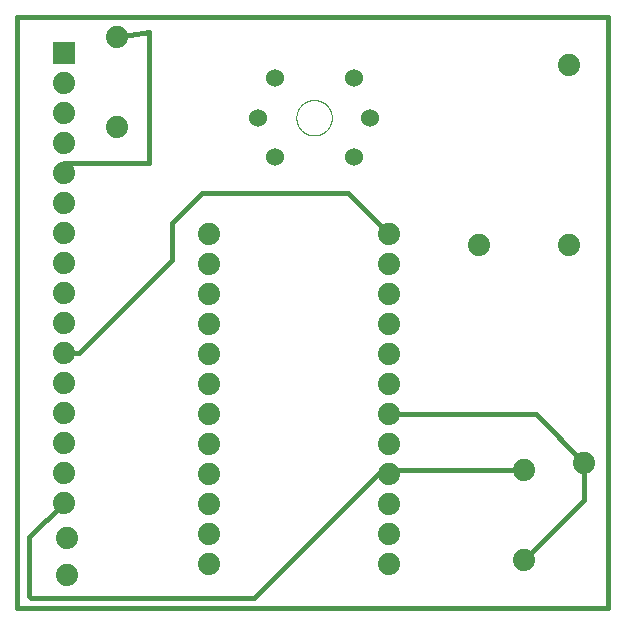
<source format=gtl>
G75*
%MOIN*%
%OFA0B0*%
%FSLAX25Y25*%
%IPPOS*%
%LPD*%
%AMOC8*
5,1,8,0,0,1.08239X$1,22.5*
%
%ADD10C,0.01600*%
%ADD11C,0.07400*%
%ADD12R,0.07400X0.07400*%
%ADD13C,0.06000*%
%ADD14C,0.00000*%
D10*
X0384396Y0099924D02*
X0581247Y0099924D01*
X0581247Y0296774D01*
X0384396Y0296774D01*
X0384396Y0099924D01*
X0388333Y0103861D02*
X0388333Y0123388D01*
X0399810Y0134865D01*
X0388333Y0103861D02*
X0388944Y0103250D01*
X0463333Y0103250D01*
X0504534Y0144451D01*
X0508333Y0144451D01*
X0509633Y0145750D01*
X0553333Y0145750D01*
X0557133Y0164451D02*
X0573333Y0148250D01*
X0573333Y0135750D01*
X0553333Y0115750D01*
X0557133Y0164451D02*
X0508333Y0164451D01*
X0435833Y0215750D02*
X0435833Y0228250D01*
X0445833Y0238250D01*
X0494534Y0238250D01*
X0508333Y0224451D01*
X0435833Y0215750D02*
X0404948Y0184865D01*
X0399810Y0184865D01*
X0399810Y0244865D02*
X0399810Y0248250D01*
X0428333Y0248250D01*
X0428333Y0291971D01*
X0417664Y0290002D01*
D11*
X0417664Y0290002D03*
X0399810Y0274865D03*
X0399810Y0264865D03*
X0399810Y0254865D03*
X0399810Y0244865D03*
X0399810Y0234865D03*
X0399810Y0224865D03*
X0399810Y0214865D03*
X0399810Y0204865D03*
X0399810Y0194865D03*
X0399810Y0184865D03*
X0399810Y0174865D03*
X0399810Y0164865D03*
X0399810Y0154865D03*
X0399810Y0144865D03*
X0399810Y0134865D03*
X0400833Y0123250D03*
X0400833Y0110750D03*
X0448333Y0114451D03*
X0448333Y0124451D03*
X0448333Y0134451D03*
X0448333Y0144451D03*
X0448333Y0154451D03*
X0448333Y0164451D03*
X0448333Y0174451D03*
X0448333Y0184451D03*
X0448333Y0194451D03*
X0448333Y0204451D03*
X0448333Y0214451D03*
X0448333Y0224451D03*
X0417664Y0260002D03*
X0508333Y0224451D03*
X0508333Y0214451D03*
X0508333Y0204451D03*
X0508333Y0194451D03*
X0508333Y0184451D03*
X0508333Y0174451D03*
X0508333Y0164451D03*
X0508333Y0154451D03*
X0508333Y0144451D03*
X0508333Y0134451D03*
X0508333Y0124451D03*
X0508333Y0114451D03*
X0553333Y0115750D03*
X0553333Y0145750D03*
X0573333Y0148250D03*
X0568333Y0220750D03*
X0538333Y0220750D03*
X0568333Y0280750D03*
D12*
X0399810Y0284865D03*
D13*
X0464633Y0263250D03*
X0470144Y0250061D03*
X0496522Y0250061D03*
X0502034Y0263250D03*
X0496522Y0276439D03*
X0470144Y0276439D03*
D14*
X0477427Y0263250D02*
X0477429Y0263403D01*
X0477435Y0263557D01*
X0477445Y0263710D01*
X0477459Y0263862D01*
X0477477Y0264015D01*
X0477499Y0264166D01*
X0477524Y0264317D01*
X0477554Y0264468D01*
X0477588Y0264618D01*
X0477625Y0264766D01*
X0477666Y0264914D01*
X0477711Y0265060D01*
X0477760Y0265206D01*
X0477813Y0265350D01*
X0477869Y0265492D01*
X0477929Y0265633D01*
X0477993Y0265773D01*
X0478060Y0265911D01*
X0478131Y0266047D01*
X0478206Y0266181D01*
X0478283Y0266313D01*
X0478365Y0266443D01*
X0478449Y0266571D01*
X0478537Y0266697D01*
X0478628Y0266820D01*
X0478722Y0266941D01*
X0478820Y0267059D01*
X0478920Y0267175D01*
X0479024Y0267288D01*
X0479130Y0267399D01*
X0479239Y0267507D01*
X0479351Y0267612D01*
X0479465Y0267713D01*
X0479583Y0267812D01*
X0479702Y0267908D01*
X0479824Y0268001D01*
X0479949Y0268090D01*
X0480076Y0268177D01*
X0480205Y0268259D01*
X0480336Y0268339D01*
X0480469Y0268415D01*
X0480604Y0268488D01*
X0480741Y0268557D01*
X0480880Y0268622D01*
X0481020Y0268684D01*
X0481162Y0268742D01*
X0481305Y0268797D01*
X0481450Y0268848D01*
X0481596Y0268895D01*
X0481743Y0268938D01*
X0481891Y0268977D01*
X0482040Y0269013D01*
X0482190Y0269044D01*
X0482341Y0269072D01*
X0482492Y0269096D01*
X0482645Y0269116D01*
X0482797Y0269132D01*
X0482950Y0269144D01*
X0483103Y0269152D01*
X0483256Y0269156D01*
X0483410Y0269156D01*
X0483563Y0269152D01*
X0483716Y0269144D01*
X0483869Y0269132D01*
X0484021Y0269116D01*
X0484174Y0269096D01*
X0484325Y0269072D01*
X0484476Y0269044D01*
X0484626Y0269013D01*
X0484775Y0268977D01*
X0484923Y0268938D01*
X0485070Y0268895D01*
X0485216Y0268848D01*
X0485361Y0268797D01*
X0485504Y0268742D01*
X0485646Y0268684D01*
X0485786Y0268622D01*
X0485925Y0268557D01*
X0486062Y0268488D01*
X0486197Y0268415D01*
X0486330Y0268339D01*
X0486461Y0268259D01*
X0486590Y0268177D01*
X0486717Y0268090D01*
X0486842Y0268001D01*
X0486964Y0267908D01*
X0487083Y0267812D01*
X0487201Y0267713D01*
X0487315Y0267612D01*
X0487427Y0267507D01*
X0487536Y0267399D01*
X0487642Y0267288D01*
X0487746Y0267175D01*
X0487846Y0267059D01*
X0487944Y0266941D01*
X0488038Y0266820D01*
X0488129Y0266697D01*
X0488217Y0266571D01*
X0488301Y0266443D01*
X0488383Y0266313D01*
X0488460Y0266181D01*
X0488535Y0266047D01*
X0488606Y0265911D01*
X0488673Y0265773D01*
X0488737Y0265633D01*
X0488797Y0265492D01*
X0488853Y0265350D01*
X0488906Y0265206D01*
X0488955Y0265060D01*
X0489000Y0264914D01*
X0489041Y0264766D01*
X0489078Y0264618D01*
X0489112Y0264468D01*
X0489142Y0264317D01*
X0489167Y0264166D01*
X0489189Y0264015D01*
X0489207Y0263862D01*
X0489221Y0263710D01*
X0489231Y0263557D01*
X0489237Y0263403D01*
X0489239Y0263250D01*
X0489237Y0263097D01*
X0489231Y0262943D01*
X0489221Y0262790D01*
X0489207Y0262638D01*
X0489189Y0262485D01*
X0489167Y0262334D01*
X0489142Y0262183D01*
X0489112Y0262032D01*
X0489078Y0261882D01*
X0489041Y0261734D01*
X0489000Y0261586D01*
X0488955Y0261440D01*
X0488906Y0261294D01*
X0488853Y0261150D01*
X0488797Y0261008D01*
X0488737Y0260867D01*
X0488673Y0260727D01*
X0488606Y0260589D01*
X0488535Y0260453D01*
X0488460Y0260319D01*
X0488383Y0260187D01*
X0488301Y0260057D01*
X0488217Y0259929D01*
X0488129Y0259803D01*
X0488038Y0259680D01*
X0487944Y0259559D01*
X0487846Y0259441D01*
X0487746Y0259325D01*
X0487642Y0259212D01*
X0487536Y0259101D01*
X0487427Y0258993D01*
X0487315Y0258888D01*
X0487201Y0258787D01*
X0487083Y0258688D01*
X0486964Y0258592D01*
X0486842Y0258499D01*
X0486717Y0258410D01*
X0486590Y0258323D01*
X0486461Y0258241D01*
X0486330Y0258161D01*
X0486197Y0258085D01*
X0486062Y0258012D01*
X0485925Y0257943D01*
X0485786Y0257878D01*
X0485646Y0257816D01*
X0485504Y0257758D01*
X0485361Y0257703D01*
X0485216Y0257652D01*
X0485070Y0257605D01*
X0484923Y0257562D01*
X0484775Y0257523D01*
X0484626Y0257487D01*
X0484476Y0257456D01*
X0484325Y0257428D01*
X0484174Y0257404D01*
X0484021Y0257384D01*
X0483869Y0257368D01*
X0483716Y0257356D01*
X0483563Y0257348D01*
X0483410Y0257344D01*
X0483256Y0257344D01*
X0483103Y0257348D01*
X0482950Y0257356D01*
X0482797Y0257368D01*
X0482645Y0257384D01*
X0482492Y0257404D01*
X0482341Y0257428D01*
X0482190Y0257456D01*
X0482040Y0257487D01*
X0481891Y0257523D01*
X0481743Y0257562D01*
X0481596Y0257605D01*
X0481450Y0257652D01*
X0481305Y0257703D01*
X0481162Y0257758D01*
X0481020Y0257816D01*
X0480880Y0257878D01*
X0480741Y0257943D01*
X0480604Y0258012D01*
X0480469Y0258085D01*
X0480336Y0258161D01*
X0480205Y0258241D01*
X0480076Y0258323D01*
X0479949Y0258410D01*
X0479824Y0258499D01*
X0479702Y0258592D01*
X0479583Y0258688D01*
X0479465Y0258787D01*
X0479351Y0258888D01*
X0479239Y0258993D01*
X0479130Y0259101D01*
X0479024Y0259212D01*
X0478920Y0259325D01*
X0478820Y0259441D01*
X0478722Y0259559D01*
X0478628Y0259680D01*
X0478537Y0259803D01*
X0478449Y0259929D01*
X0478365Y0260057D01*
X0478283Y0260187D01*
X0478206Y0260319D01*
X0478131Y0260453D01*
X0478060Y0260589D01*
X0477993Y0260727D01*
X0477929Y0260867D01*
X0477869Y0261008D01*
X0477813Y0261150D01*
X0477760Y0261294D01*
X0477711Y0261440D01*
X0477666Y0261586D01*
X0477625Y0261734D01*
X0477588Y0261882D01*
X0477554Y0262032D01*
X0477524Y0262183D01*
X0477499Y0262334D01*
X0477477Y0262485D01*
X0477459Y0262638D01*
X0477445Y0262790D01*
X0477435Y0262943D01*
X0477429Y0263097D01*
X0477427Y0263250D01*
M02*

</source>
